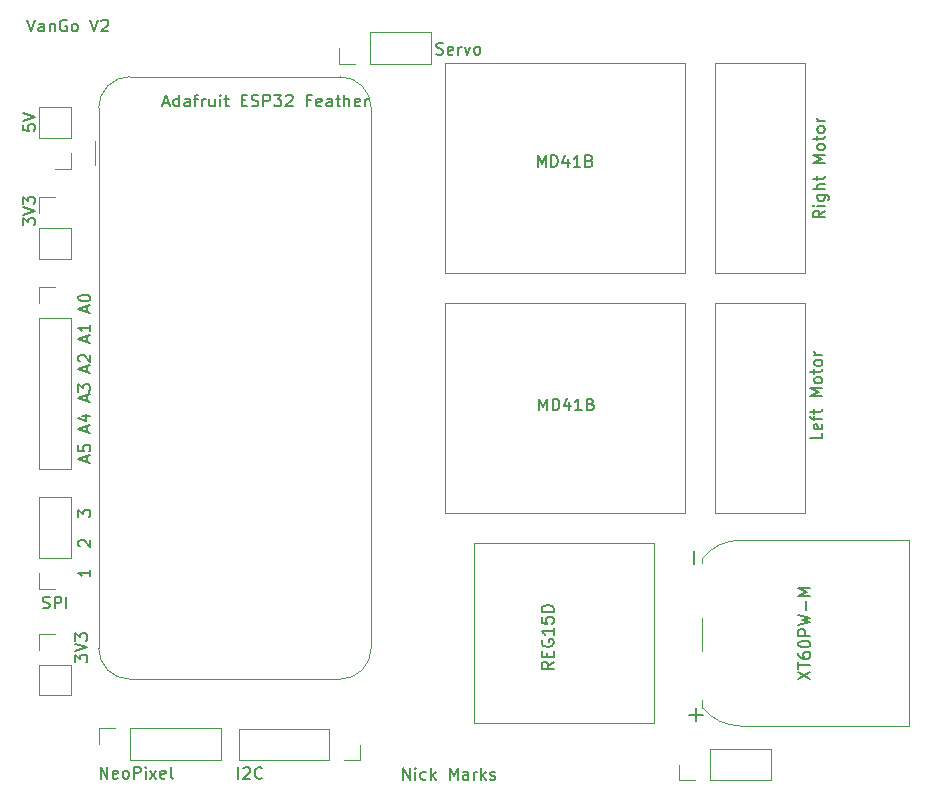
<source format=gbr>
%TF.GenerationSoftware,KiCad,Pcbnew,7.0.6-7.0.6~ubuntu22.04.1*%
%TF.CreationDate,2023-07-24T13:45:05-05:00*%
%TF.ProjectId,vango-pcb,76616e67-6f2d-4706-9362-2e6b69636164,rev?*%
%TF.SameCoordinates,Original*%
%TF.FileFunction,Legend,Top*%
%TF.FilePolarity,Positive*%
%FSLAX46Y46*%
G04 Gerber Fmt 4.6, Leading zero omitted, Abs format (unit mm)*
G04 Created by KiCad (PCBNEW 7.0.6-7.0.6~ubuntu22.04.1) date 2023-07-24 13:45:05*
%MOMM*%
%LPD*%
G01*
G04 APERTURE LIST*
%ADD10C,0.150000*%
%ADD11C,0.100000*%
%ADD12C,0.120000*%
G04 APERTURE END LIST*
D10*
X43327472Y-84515953D02*
X43327472Y-84039763D01*
X43613187Y-84611191D02*
X42613187Y-84277858D01*
X42613187Y-84277858D02*
X43613187Y-83944525D01*
X42613187Y-83706429D02*
X42613187Y-83087382D01*
X42613187Y-83087382D02*
X42994139Y-83420715D01*
X42994139Y-83420715D02*
X42994139Y-83277858D01*
X42994139Y-83277858D02*
X43041758Y-83182620D01*
X43041758Y-83182620D02*
X43089377Y-83135001D01*
X43089377Y-83135001D02*
X43184615Y-83087382D01*
X43184615Y-83087382D02*
X43422710Y-83087382D01*
X43422710Y-83087382D02*
X43517948Y-83135001D01*
X43517948Y-83135001D02*
X43565568Y-83182620D01*
X43565568Y-83182620D02*
X43613187Y-83277858D01*
X43613187Y-83277858D02*
X43613187Y-83563572D01*
X43613187Y-83563572D02*
X43565568Y-83658810D01*
X43565568Y-83658810D02*
X43517948Y-83706429D01*
X43349104Y-76914285D02*
X43349104Y-76438095D01*
X43634819Y-77009523D02*
X42634819Y-76676190D01*
X42634819Y-76676190D02*
X43634819Y-76342857D01*
X42634819Y-75819047D02*
X42634819Y-75723809D01*
X42634819Y-75723809D02*
X42682438Y-75628571D01*
X42682438Y-75628571D02*
X42730057Y-75580952D01*
X42730057Y-75580952D02*
X42825295Y-75533333D01*
X42825295Y-75533333D02*
X43015771Y-75485714D01*
X43015771Y-75485714D02*
X43253866Y-75485714D01*
X43253866Y-75485714D02*
X43444342Y-75533333D01*
X43444342Y-75533333D02*
X43539580Y-75580952D01*
X43539580Y-75580952D02*
X43587200Y-75628571D01*
X43587200Y-75628571D02*
X43634819Y-75723809D01*
X43634819Y-75723809D02*
X43634819Y-75819047D01*
X43634819Y-75819047D02*
X43587200Y-75914285D01*
X43587200Y-75914285D02*
X43539580Y-75961904D01*
X43539580Y-75961904D02*
X43444342Y-76009523D01*
X43444342Y-76009523D02*
X43253866Y-76057142D01*
X43253866Y-76057142D02*
X43015771Y-76057142D01*
X43015771Y-76057142D02*
X42825295Y-76009523D01*
X42825295Y-76009523D02*
X42730057Y-75961904D01*
X42730057Y-75961904D02*
X42682438Y-75914285D01*
X42682438Y-75914285D02*
X42634819Y-75819047D01*
X43634819Y-98774285D02*
X43634819Y-99345713D01*
X43634819Y-99059999D02*
X42634819Y-99059999D01*
X42634819Y-99059999D02*
X42777676Y-99155237D01*
X42777676Y-99155237D02*
X42872914Y-99250475D01*
X42872914Y-99250475D02*
X42920533Y-99345713D01*
X37945556Y-69622520D02*
X37945556Y-69003473D01*
X37945556Y-69003473D02*
X38326508Y-69336806D01*
X38326508Y-69336806D02*
X38326508Y-69193949D01*
X38326508Y-69193949D02*
X38374127Y-69098711D01*
X38374127Y-69098711D02*
X38421746Y-69051092D01*
X38421746Y-69051092D02*
X38516984Y-69003473D01*
X38516984Y-69003473D02*
X38755079Y-69003473D01*
X38755079Y-69003473D02*
X38850317Y-69051092D01*
X38850317Y-69051092D02*
X38897937Y-69098711D01*
X38897937Y-69098711D02*
X38945556Y-69193949D01*
X38945556Y-69193949D02*
X38945556Y-69479663D01*
X38945556Y-69479663D02*
X38897937Y-69574901D01*
X38897937Y-69574901D02*
X38850317Y-69622520D01*
X37945556Y-68717758D02*
X38945556Y-68384425D01*
X38945556Y-68384425D02*
X37945556Y-68051092D01*
X37945556Y-67812996D02*
X37945556Y-67193949D01*
X37945556Y-67193949D02*
X38326508Y-67527282D01*
X38326508Y-67527282D02*
X38326508Y-67384425D01*
X38326508Y-67384425D02*
X38374127Y-67289187D01*
X38374127Y-67289187D02*
X38421746Y-67241568D01*
X38421746Y-67241568D02*
X38516984Y-67193949D01*
X38516984Y-67193949D02*
X38755079Y-67193949D01*
X38755079Y-67193949D02*
X38850317Y-67241568D01*
X38850317Y-67241568D02*
X38897937Y-67289187D01*
X38897937Y-67289187D02*
X38945556Y-67384425D01*
X38945556Y-67384425D02*
X38945556Y-67670139D01*
X38945556Y-67670139D02*
X38897937Y-67765377D01*
X38897937Y-67765377D02*
X38850317Y-67812996D01*
X37945556Y-61099207D02*
X37945556Y-61575397D01*
X37945556Y-61575397D02*
X38421746Y-61623016D01*
X38421746Y-61623016D02*
X38374127Y-61575397D01*
X38374127Y-61575397D02*
X38326508Y-61480159D01*
X38326508Y-61480159D02*
X38326508Y-61242064D01*
X38326508Y-61242064D02*
X38374127Y-61146826D01*
X38374127Y-61146826D02*
X38421746Y-61099207D01*
X38421746Y-61099207D02*
X38516984Y-61051588D01*
X38516984Y-61051588D02*
X38755079Y-61051588D01*
X38755079Y-61051588D02*
X38850317Y-61099207D01*
X38850317Y-61099207D02*
X38897937Y-61146826D01*
X38897937Y-61146826D02*
X38945556Y-61242064D01*
X38945556Y-61242064D02*
X38945556Y-61480159D01*
X38945556Y-61480159D02*
X38897937Y-61575397D01*
X38897937Y-61575397D02*
X38850317Y-61623016D01*
X37945556Y-60765873D02*
X38945556Y-60432540D01*
X38945556Y-60432540D02*
X37945556Y-60099207D01*
X38293922Y-52209819D02*
X38627255Y-53209819D01*
X38627255Y-53209819D02*
X38960588Y-52209819D01*
X39722493Y-53209819D02*
X39722493Y-52686009D01*
X39722493Y-52686009D02*
X39674874Y-52590771D01*
X39674874Y-52590771D02*
X39579636Y-52543152D01*
X39579636Y-52543152D02*
X39389160Y-52543152D01*
X39389160Y-52543152D02*
X39293922Y-52590771D01*
X39722493Y-53162200D02*
X39627255Y-53209819D01*
X39627255Y-53209819D02*
X39389160Y-53209819D01*
X39389160Y-53209819D02*
X39293922Y-53162200D01*
X39293922Y-53162200D02*
X39246303Y-53066961D01*
X39246303Y-53066961D02*
X39246303Y-52971723D01*
X39246303Y-52971723D02*
X39293922Y-52876485D01*
X39293922Y-52876485D02*
X39389160Y-52828866D01*
X39389160Y-52828866D02*
X39627255Y-52828866D01*
X39627255Y-52828866D02*
X39722493Y-52781247D01*
X40198684Y-52543152D02*
X40198684Y-53209819D01*
X40198684Y-52638390D02*
X40246303Y-52590771D01*
X40246303Y-52590771D02*
X40341541Y-52543152D01*
X40341541Y-52543152D02*
X40484398Y-52543152D01*
X40484398Y-52543152D02*
X40579636Y-52590771D01*
X40579636Y-52590771D02*
X40627255Y-52686009D01*
X40627255Y-52686009D02*
X40627255Y-53209819D01*
X41627255Y-52257438D02*
X41532017Y-52209819D01*
X41532017Y-52209819D02*
X41389160Y-52209819D01*
X41389160Y-52209819D02*
X41246303Y-52257438D01*
X41246303Y-52257438D02*
X41151065Y-52352676D01*
X41151065Y-52352676D02*
X41103446Y-52447914D01*
X41103446Y-52447914D02*
X41055827Y-52638390D01*
X41055827Y-52638390D02*
X41055827Y-52781247D01*
X41055827Y-52781247D02*
X41103446Y-52971723D01*
X41103446Y-52971723D02*
X41151065Y-53066961D01*
X41151065Y-53066961D02*
X41246303Y-53162200D01*
X41246303Y-53162200D02*
X41389160Y-53209819D01*
X41389160Y-53209819D02*
X41484398Y-53209819D01*
X41484398Y-53209819D02*
X41627255Y-53162200D01*
X41627255Y-53162200D02*
X41674874Y-53114580D01*
X41674874Y-53114580D02*
X41674874Y-52781247D01*
X41674874Y-52781247D02*
X41484398Y-52781247D01*
X42246303Y-53209819D02*
X42151065Y-53162200D01*
X42151065Y-53162200D02*
X42103446Y-53114580D01*
X42103446Y-53114580D02*
X42055827Y-53019342D01*
X42055827Y-53019342D02*
X42055827Y-52733628D01*
X42055827Y-52733628D02*
X42103446Y-52638390D01*
X42103446Y-52638390D02*
X42151065Y-52590771D01*
X42151065Y-52590771D02*
X42246303Y-52543152D01*
X42246303Y-52543152D02*
X42389160Y-52543152D01*
X42389160Y-52543152D02*
X42484398Y-52590771D01*
X42484398Y-52590771D02*
X42532017Y-52638390D01*
X42532017Y-52638390D02*
X42579636Y-52733628D01*
X42579636Y-52733628D02*
X42579636Y-53019342D01*
X42579636Y-53019342D02*
X42532017Y-53114580D01*
X42532017Y-53114580D02*
X42484398Y-53162200D01*
X42484398Y-53162200D02*
X42389160Y-53209819D01*
X42389160Y-53209819D02*
X42246303Y-53209819D01*
X43627256Y-52209819D02*
X43960589Y-53209819D01*
X43960589Y-53209819D02*
X44293922Y-52209819D01*
X44579637Y-52305057D02*
X44627256Y-52257438D01*
X44627256Y-52257438D02*
X44722494Y-52209819D01*
X44722494Y-52209819D02*
X44960589Y-52209819D01*
X44960589Y-52209819D02*
X45055827Y-52257438D01*
X45055827Y-52257438D02*
X45103446Y-52305057D01*
X45103446Y-52305057D02*
X45151065Y-52400295D01*
X45151065Y-52400295D02*
X45151065Y-52495533D01*
X45151065Y-52495533D02*
X45103446Y-52638390D01*
X45103446Y-52638390D02*
X44532018Y-53209819D01*
X44532018Y-53209819D02*
X45151065Y-53209819D01*
X42730057Y-96805713D02*
X42682438Y-96758094D01*
X42682438Y-96758094D02*
X42634819Y-96662856D01*
X42634819Y-96662856D02*
X42634819Y-96424761D01*
X42634819Y-96424761D02*
X42682438Y-96329523D01*
X42682438Y-96329523D02*
X42730057Y-96281904D01*
X42730057Y-96281904D02*
X42825295Y-96234285D01*
X42825295Y-96234285D02*
X42920533Y-96234285D01*
X42920533Y-96234285D02*
X43063390Y-96281904D01*
X43063390Y-96281904D02*
X43634819Y-96853332D01*
X43634819Y-96853332D02*
X43634819Y-96234285D01*
X42634819Y-94313332D02*
X42634819Y-93694285D01*
X42634819Y-93694285D02*
X43015771Y-94027618D01*
X43015771Y-94027618D02*
X43015771Y-93884761D01*
X43015771Y-93884761D02*
X43063390Y-93789523D01*
X43063390Y-93789523D02*
X43111009Y-93741904D01*
X43111009Y-93741904D02*
X43206247Y-93694285D01*
X43206247Y-93694285D02*
X43444342Y-93694285D01*
X43444342Y-93694285D02*
X43539580Y-93741904D01*
X43539580Y-93741904D02*
X43587200Y-93789523D01*
X43587200Y-93789523D02*
X43634819Y-93884761D01*
X43634819Y-93884761D02*
X43634819Y-94170475D01*
X43634819Y-94170475D02*
X43587200Y-94265713D01*
X43587200Y-94265713D02*
X43539580Y-94313332D01*
X43349104Y-87074285D02*
X43349104Y-86598095D01*
X43634819Y-87169523D02*
X42634819Y-86836190D01*
X42634819Y-86836190D02*
X43634819Y-86502857D01*
X42968152Y-85740952D02*
X43634819Y-85740952D01*
X42587200Y-85979047D02*
X43301485Y-86217142D01*
X43301485Y-86217142D02*
X43301485Y-85598095D01*
X43349104Y-79454285D02*
X43349104Y-78978095D01*
X43634819Y-79549523D02*
X42634819Y-79216190D01*
X42634819Y-79216190D02*
X43634819Y-78882857D01*
X43634819Y-78025714D02*
X43634819Y-78597142D01*
X43634819Y-78311428D02*
X42634819Y-78311428D01*
X42634819Y-78311428D02*
X42777676Y-78406666D01*
X42777676Y-78406666D02*
X42872914Y-78501904D01*
X42872914Y-78501904D02*
X42920533Y-78597142D01*
X49819160Y-59274104D02*
X50295350Y-59274104D01*
X49723922Y-59559819D02*
X50057255Y-58559819D01*
X50057255Y-58559819D02*
X50390588Y-59559819D01*
X51152493Y-59559819D02*
X51152493Y-58559819D01*
X51152493Y-59512200D02*
X51057255Y-59559819D01*
X51057255Y-59559819D02*
X50866779Y-59559819D01*
X50866779Y-59559819D02*
X50771541Y-59512200D01*
X50771541Y-59512200D02*
X50723922Y-59464580D01*
X50723922Y-59464580D02*
X50676303Y-59369342D01*
X50676303Y-59369342D02*
X50676303Y-59083628D01*
X50676303Y-59083628D02*
X50723922Y-58988390D01*
X50723922Y-58988390D02*
X50771541Y-58940771D01*
X50771541Y-58940771D02*
X50866779Y-58893152D01*
X50866779Y-58893152D02*
X51057255Y-58893152D01*
X51057255Y-58893152D02*
X51152493Y-58940771D01*
X52057255Y-59559819D02*
X52057255Y-59036009D01*
X52057255Y-59036009D02*
X52009636Y-58940771D01*
X52009636Y-58940771D02*
X51914398Y-58893152D01*
X51914398Y-58893152D02*
X51723922Y-58893152D01*
X51723922Y-58893152D02*
X51628684Y-58940771D01*
X52057255Y-59512200D02*
X51962017Y-59559819D01*
X51962017Y-59559819D02*
X51723922Y-59559819D01*
X51723922Y-59559819D02*
X51628684Y-59512200D01*
X51628684Y-59512200D02*
X51581065Y-59416961D01*
X51581065Y-59416961D02*
X51581065Y-59321723D01*
X51581065Y-59321723D02*
X51628684Y-59226485D01*
X51628684Y-59226485D02*
X51723922Y-59178866D01*
X51723922Y-59178866D02*
X51962017Y-59178866D01*
X51962017Y-59178866D02*
X52057255Y-59131247D01*
X52390589Y-58893152D02*
X52771541Y-58893152D01*
X52533446Y-59559819D02*
X52533446Y-58702676D01*
X52533446Y-58702676D02*
X52581065Y-58607438D01*
X52581065Y-58607438D02*
X52676303Y-58559819D01*
X52676303Y-58559819D02*
X52771541Y-58559819D01*
X53104875Y-59559819D02*
X53104875Y-58893152D01*
X53104875Y-59083628D02*
X53152494Y-58988390D01*
X53152494Y-58988390D02*
X53200113Y-58940771D01*
X53200113Y-58940771D02*
X53295351Y-58893152D01*
X53295351Y-58893152D02*
X53390589Y-58893152D01*
X54152494Y-58893152D02*
X54152494Y-59559819D01*
X53723923Y-58893152D02*
X53723923Y-59416961D01*
X53723923Y-59416961D02*
X53771542Y-59512200D01*
X53771542Y-59512200D02*
X53866780Y-59559819D01*
X53866780Y-59559819D02*
X54009637Y-59559819D01*
X54009637Y-59559819D02*
X54104875Y-59512200D01*
X54104875Y-59512200D02*
X54152494Y-59464580D01*
X54628685Y-59559819D02*
X54628685Y-58893152D01*
X54628685Y-58559819D02*
X54581066Y-58607438D01*
X54581066Y-58607438D02*
X54628685Y-58655057D01*
X54628685Y-58655057D02*
X54676304Y-58607438D01*
X54676304Y-58607438D02*
X54628685Y-58559819D01*
X54628685Y-58559819D02*
X54628685Y-58655057D01*
X54962018Y-58893152D02*
X55342970Y-58893152D01*
X55104875Y-58559819D02*
X55104875Y-59416961D01*
X55104875Y-59416961D02*
X55152494Y-59512200D01*
X55152494Y-59512200D02*
X55247732Y-59559819D01*
X55247732Y-59559819D02*
X55342970Y-59559819D01*
X56438209Y-59036009D02*
X56771542Y-59036009D01*
X56914399Y-59559819D02*
X56438209Y-59559819D01*
X56438209Y-59559819D02*
X56438209Y-58559819D01*
X56438209Y-58559819D02*
X56914399Y-58559819D01*
X57295352Y-59512200D02*
X57438209Y-59559819D01*
X57438209Y-59559819D02*
X57676304Y-59559819D01*
X57676304Y-59559819D02*
X57771542Y-59512200D01*
X57771542Y-59512200D02*
X57819161Y-59464580D01*
X57819161Y-59464580D02*
X57866780Y-59369342D01*
X57866780Y-59369342D02*
X57866780Y-59274104D01*
X57866780Y-59274104D02*
X57819161Y-59178866D01*
X57819161Y-59178866D02*
X57771542Y-59131247D01*
X57771542Y-59131247D02*
X57676304Y-59083628D01*
X57676304Y-59083628D02*
X57485828Y-59036009D01*
X57485828Y-59036009D02*
X57390590Y-58988390D01*
X57390590Y-58988390D02*
X57342971Y-58940771D01*
X57342971Y-58940771D02*
X57295352Y-58845533D01*
X57295352Y-58845533D02*
X57295352Y-58750295D01*
X57295352Y-58750295D02*
X57342971Y-58655057D01*
X57342971Y-58655057D02*
X57390590Y-58607438D01*
X57390590Y-58607438D02*
X57485828Y-58559819D01*
X57485828Y-58559819D02*
X57723923Y-58559819D01*
X57723923Y-58559819D02*
X57866780Y-58607438D01*
X58295352Y-59559819D02*
X58295352Y-58559819D01*
X58295352Y-58559819D02*
X58676304Y-58559819D01*
X58676304Y-58559819D02*
X58771542Y-58607438D01*
X58771542Y-58607438D02*
X58819161Y-58655057D01*
X58819161Y-58655057D02*
X58866780Y-58750295D01*
X58866780Y-58750295D02*
X58866780Y-58893152D01*
X58866780Y-58893152D02*
X58819161Y-58988390D01*
X58819161Y-58988390D02*
X58771542Y-59036009D01*
X58771542Y-59036009D02*
X58676304Y-59083628D01*
X58676304Y-59083628D02*
X58295352Y-59083628D01*
X59200114Y-58559819D02*
X59819161Y-58559819D01*
X59819161Y-58559819D02*
X59485828Y-58940771D01*
X59485828Y-58940771D02*
X59628685Y-58940771D01*
X59628685Y-58940771D02*
X59723923Y-58988390D01*
X59723923Y-58988390D02*
X59771542Y-59036009D01*
X59771542Y-59036009D02*
X59819161Y-59131247D01*
X59819161Y-59131247D02*
X59819161Y-59369342D01*
X59819161Y-59369342D02*
X59771542Y-59464580D01*
X59771542Y-59464580D02*
X59723923Y-59512200D01*
X59723923Y-59512200D02*
X59628685Y-59559819D01*
X59628685Y-59559819D02*
X59342971Y-59559819D01*
X59342971Y-59559819D02*
X59247733Y-59512200D01*
X59247733Y-59512200D02*
X59200114Y-59464580D01*
X60200114Y-58655057D02*
X60247733Y-58607438D01*
X60247733Y-58607438D02*
X60342971Y-58559819D01*
X60342971Y-58559819D02*
X60581066Y-58559819D01*
X60581066Y-58559819D02*
X60676304Y-58607438D01*
X60676304Y-58607438D02*
X60723923Y-58655057D01*
X60723923Y-58655057D02*
X60771542Y-58750295D01*
X60771542Y-58750295D02*
X60771542Y-58845533D01*
X60771542Y-58845533D02*
X60723923Y-58988390D01*
X60723923Y-58988390D02*
X60152495Y-59559819D01*
X60152495Y-59559819D02*
X60771542Y-59559819D01*
X62295352Y-59036009D02*
X61962019Y-59036009D01*
X61962019Y-59559819D02*
X61962019Y-58559819D01*
X61962019Y-58559819D02*
X62438209Y-58559819D01*
X63200114Y-59512200D02*
X63104876Y-59559819D01*
X63104876Y-59559819D02*
X62914400Y-59559819D01*
X62914400Y-59559819D02*
X62819162Y-59512200D01*
X62819162Y-59512200D02*
X62771543Y-59416961D01*
X62771543Y-59416961D02*
X62771543Y-59036009D01*
X62771543Y-59036009D02*
X62819162Y-58940771D01*
X62819162Y-58940771D02*
X62914400Y-58893152D01*
X62914400Y-58893152D02*
X63104876Y-58893152D01*
X63104876Y-58893152D02*
X63200114Y-58940771D01*
X63200114Y-58940771D02*
X63247733Y-59036009D01*
X63247733Y-59036009D02*
X63247733Y-59131247D01*
X63247733Y-59131247D02*
X62771543Y-59226485D01*
X64104876Y-59559819D02*
X64104876Y-59036009D01*
X64104876Y-59036009D02*
X64057257Y-58940771D01*
X64057257Y-58940771D02*
X63962019Y-58893152D01*
X63962019Y-58893152D02*
X63771543Y-58893152D01*
X63771543Y-58893152D02*
X63676305Y-58940771D01*
X64104876Y-59512200D02*
X64009638Y-59559819D01*
X64009638Y-59559819D02*
X63771543Y-59559819D01*
X63771543Y-59559819D02*
X63676305Y-59512200D01*
X63676305Y-59512200D02*
X63628686Y-59416961D01*
X63628686Y-59416961D02*
X63628686Y-59321723D01*
X63628686Y-59321723D02*
X63676305Y-59226485D01*
X63676305Y-59226485D02*
X63771543Y-59178866D01*
X63771543Y-59178866D02*
X64009638Y-59178866D01*
X64009638Y-59178866D02*
X64104876Y-59131247D01*
X64438210Y-58893152D02*
X64819162Y-58893152D01*
X64581067Y-58559819D02*
X64581067Y-59416961D01*
X64581067Y-59416961D02*
X64628686Y-59512200D01*
X64628686Y-59512200D02*
X64723924Y-59559819D01*
X64723924Y-59559819D02*
X64819162Y-59559819D01*
X65152496Y-59559819D02*
X65152496Y-58559819D01*
X65581067Y-59559819D02*
X65581067Y-59036009D01*
X65581067Y-59036009D02*
X65533448Y-58940771D01*
X65533448Y-58940771D02*
X65438210Y-58893152D01*
X65438210Y-58893152D02*
X65295353Y-58893152D01*
X65295353Y-58893152D02*
X65200115Y-58940771D01*
X65200115Y-58940771D02*
X65152496Y-58988390D01*
X66438210Y-59512200D02*
X66342972Y-59559819D01*
X66342972Y-59559819D02*
X66152496Y-59559819D01*
X66152496Y-59559819D02*
X66057258Y-59512200D01*
X66057258Y-59512200D02*
X66009639Y-59416961D01*
X66009639Y-59416961D02*
X66009639Y-59036009D01*
X66009639Y-59036009D02*
X66057258Y-58940771D01*
X66057258Y-58940771D02*
X66152496Y-58893152D01*
X66152496Y-58893152D02*
X66342972Y-58893152D01*
X66342972Y-58893152D02*
X66438210Y-58940771D01*
X66438210Y-58940771D02*
X66485829Y-59036009D01*
X66485829Y-59036009D02*
X66485829Y-59131247D01*
X66485829Y-59131247D02*
X66009639Y-59226485D01*
X66914401Y-59559819D02*
X66914401Y-58893152D01*
X66914401Y-59083628D02*
X66962020Y-58988390D01*
X66962020Y-58988390D02*
X67009639Y-58940771D01*
X67009639Y-58940771D02*
X67104877Y-58893152D01*
X67104877Y-58893152D02*
X67200115Y-58893152D01*
X43349104Y-81994285D02*
X43349104Y-81518095D01*
X43634819Y-82089523D02*
X42634819Y-81756190D01*
X42634819Y-81756190D02*
X43634819Y-81422857D01*
X42730057Y-81137142D02*
X42682438Y-81089523D01*
X42682438Y-81089523D02*
X42634819Y-80994285D01*
X42634819Y-80994285D02*
X42634819Y-80756190D01*
X42634819Y-80756190D02*
X42682438Y-80660952D01*
X42682438Y-80660952D02*
X42730057Y-80613333D01*
X42730057Y-80613333D02*
X42825295Y-80565714D01*
X42825295Y-80565714D02*
X42920533Y-80565714D01*
X42920533Y-80565714D02*
X43063390Y-80613333D01*
X43063390Y-80613333D02*
X43634819Y-81184761D01*
X43634819Y-81184761D02*
X43634819Y-80565714D01*
X70111153Y-116560305D02*
X70111153Y-115560305D01*
X70111153Y-115560305D02*
X70682581Y-116560305D01*
X70682581Y-116560305D02*
X70682581Y-115560305D01*
X71158772Y-116560305D02*
X71158772Y-115893638D01*
X71158772Y-115560305D02*
X71111153Y-115607924D01*
X71111153Y-115607924D02*
X71158772Y-115655543D01*
X71158772Y-115655543D02*
X71206391Y-115607924D01*
X71206391Y-115607924D02*
X71158772Y-115560305D01*
X71158772Y-115560305D02*
X71158772Y-115655543D01*
X72063533Y-116512686D02*
X71968295Y-116560305D01*
X71968295Y-116560305D02*
X71777819Y-116560305D01*
X71777819Y-116560305D02*
X71682581Y-116512686D01*
X71682581Y-116512686D02*
X71634962Y-116465066D01*
X71634962Y-116465066D02*
X71587343Y-116369828D01*
X71587343Y-116369828D02*
X71587343Y-116084114D01*
X71587343Y-116084114D02*
X71634962Y-115988876D01*
X71634962Y-115988876D02*
X71682581Y-115941257D01*
X71682581Y-115941257D02*
X71777819Y-115893638D01*
X71777819Y-115893638D02*
X71968295Y-115893638D01*
X71968295Y-115893638D02*
X72063533Y-115941257D01*
X72492105Y-116560305D02*
X72492105Y-115560305D01*
X72587343Y-116179352D02*
X72873057Y-116560305D01*
X72873057Y-115893638D02*
X72492105Y-116274590D01*
X74063534Y-116560305D02*
X74063534Y-115560305D01*
X74063534Y-115560305D02*
X74396867Y-116274590D01*
X74396867Y-116274590D02*
X74730200Y-115560305D01*
X74730200Y-115560305D02*
X74730200Y-116560305D01*
X75634962Y-116560305D02*
X75634962Y-116036495D01*
X75634962Y-116036495D02*
X75587343Y-115941257D01*
X75587343Y-115941257D02*
X75492105Y-115893638D01*
X75492105Y-115893638D02*
X75301629Y-115893638D01*
X75301629Y-115893638D02*
X75206391Y-115941257D01*
X75634962Y-116512686D02*
X75539724Y-116560305D01*
X75539724Y-116560305D02*
X75301629Y-116560305D01*
X75301629Y-116560305D02*
X75206391Y-116512686D01*
X75206391Y-116512686D02*
X75158772Y-116417447D01*
X75158772Y-116417447D02*
X75158772Y-116322209D01*
X75158772Y-116322209D02*
X75206391Y-116226971D01*
X75206391Y-116226971D02*
X75301629Y-116179352D01*
X75301629Y-116179352D02*
X75539724Y-116179352D01*
X75539724Y-116179352D02*
X75634962Y-116131733D01*
X76111153Y-116560305D02*
X76111153Y-115893638D01*
X76111153Y-116084114D02*
X76158772Y-115988876D01*
X76158772Y-115988876D02*
X76206391Y-115941257D01*
X76206391Y-115941257D02*
X76301629Y-115893638D01*
X76301629Y-115893638D02*
X76396867Y-115893638D01*
X76730201Y-116560305D02*
X76730201Y-115560305D01*
X76825439Y-116179352D02*
X77111153Y-116560305D01*
X77111153Y-115893638D02*
X76730201Y-116274590D01*
X77492106Y-116512686D02*
X77587344Y-116560305D01*
X77587344Y-116560305D02*
X77777820Y-116560305D01*
X77777820Y-116560305D02*
X77873058Y-116512686D01*
X77873058Y-116512686D02*
X77920677Y-116417447D01*
X77920677Y-116417447D02*
X77920677Y-116369828D01*
X77920677Y-116369828D02*
X77873058Y-116274590D01*
X77873058Y-116274590D02*
X77777820Y-116226971D01*
X77777820Y-116226971D02*
X77634963Y-116226971D01*
X77634963Y-116226971D02*
X77539725Y-116179352D01*
X77539725Y-116179352D02*
X77492106Y-116084114D01*
X77492106Y-116084114D02*
X77492106Y-116036495D01*
X77492106Y-116036495D02*
X77539725Y-115941257D01*
X77539725Y-115941257D02*
X77634963Y-115893638D01*
X77634963Y-115893638D02*
X77777820Y-115893638D01*
X77777820Y-115893638D02*
X77873058Y-115941257D01*
X43349104Y-89614285D02*
X43349104Y-89138095D01*
X43634819Y-89709523D02*
X42634819Y-89376190D01*
X42634819Y-89376190D02*
X43634819Y-89042857D01*
X42634819Y-88233333D02*
X42634819Y-88709523D01*
X42634819Y-88709523D02*
X43111009Y-88757142D01*
X43111009Y-88757142D02*
X43063390Y-88709523D01*
X43063390Y-88709523D02*
X43015771Y-88614285D01*
X43015771Y-88614285D02*
X43015771Y-88376190D01*
X43015771Y-88376190D02*
X43063390Y-88280952D01*
X43063390Y-88280952D02*
X43111009Y-88233333D01*
X43111009Y-88233333D02*
X43206247Y-88185714D01*
X43206247Y-88185714D02*
X43444342Y-88185714D01*
X43444342Y-88185714D02*
X43539580Y-88233333D01*
X43539580Y-88233333D02*
X43587200Y-88280952D01*
X43587200Y-88280952D02*
X43634819Y-88376190D01*
X43634819Y-88376190D02*
X43634819Y-88614285D01*
X43634819Y-88614285D02*
X43587200Y-88709523D01*
X43587200Y-88709523D02*
X43539580Y-88757142D01*
X82859284Y-106586047D02*
X82383093Y-106919380D01*
X82859284Y-107157475D02*
X81859284Y-107157475D01*
X81859284Y-107157475D02*
X81859284Y-106776523D01*
X81859284Y-106776523D02*
X81906903Y-106681285D01*
X81906903Y-106681285D02*
X81954522Y-106633666D01*
X81954522Y-106633666D02*
X82049760Y-106586047D01*
X82049760Y-106586047D02*
X82192617Y-106586047D01*
X82192617Y-106586047D02*
X82287855Y-106633666D01*
X82287855Y-106633666D02*
X82335474Y-106681285D01*
X82335474Y-106681285D02*
X82383093Y-106776523D01*
X82383093Y-106776523D02*
X82383093Y-107157475D01*
X82335474Y-106157475D02*
X82335474Y-105824142D01*
X82859284Y-105681285D02*
X82859284Y-106157475D01*
X82859284Y-106157475D02*
X81859284Y-106157475D01*
X81859284Y-106157475D02*
X81859284Y-105681285D01*
X81906903Y-104728904D02*
X81859284Y-104824142D01*
X81859284Y-104824142D02*
X81859284Y-104966999D01*
X81859284Y-104966999D02*
X81906903Y-105109856D01*
X81906903Y-105109856D02*
X82002141Y-105205094D01*
X82002141Y-105205094D02*
X82097379Y-105252713D01*
X82097379Y-105252713D02*
X82287855Y-105300332D01*
X82287855Y-105300332D02*
X82430712Y-105300332D01*
X82430712Y-105300332D02*
X82621188Y-105252713D01*
X82621188Y-105252713D02*
X82716426Y-105205094D01*
X82716426Y-105205094D02*
X82811665Y-105109856D01*
X82811665Y-105109856D02*
X82859284Y-104966999D01*
X82859284Y-104966999D02*
X82859284Y-104871761D01*
X82859284Y-104871761D02*
X82811665Y-104728904D01*
X82811665Y-104728904D02*
X82764045Y-104681285D01*
X82764045Y-104681285D02*
X82430712Y-104681285D01*
X82430712Y-104681285D02*
X82430712Y-104871761D01*
X82859284Y-103728904D02*
X82859284Y-104300332D01*
X82859284Y-104014618D02*
X81859284Y-104014618D01*
X81859284Y-104014618D02*
X82002141Y-104109856D01*
X82002141Y-104109856D02*
X82097379Y-104205094D01*
X82097379Y-104205094D02*
X82144998Y-104300332D01*
X81859284Y-102824142D02*
X81859284Y-103300332D01*
X81859284Y-103300332D02*
X82335474Y-103347951D01*
X82335474Y-103347951D02*
X82287855Y-103300332D01*
X82287855Y-103300332D02*
X82240236Y-103205094D01*
X82240236Y-103205094D02*
X82240236Y-102966999D01*
X82240236Y-102966999D02*
X82287855Y-102871761D01*
X82287855Y-102871761D02*
X82335474Y-102824142D01*
X82335474Y-102824142D02*
X82430712Y-102776523D01*
X82430712Y-102776523D02*
X82668807Y-102776523D01*
X82668807Y-102776523D02*
X82764045Y-102824142D01*
X82764045Y-102824142D02*
X82811665Y-102871761D01*
X82811665Y-102871761D02*
X82859284Y-102966999D01*
X82859284Y-102966999D02*
X82859284Y-103205094D01*
X82859284Y-103205094D02*
X82811665Y-103300332D01*
X82811665Y-103300332D02*
X82764045Y-103347951D01*
X82859284Y-102347951D02*
X81859284Y-102347951D01*
X81859284Y-102347951D02*
X81859284Y-102109856D01*
X81859284Y-102109856D02*
X81906903Y-101966999D01*
X81906903Y-101966999D02*
X82002141Y-101871761D01*
X82002141Y-101871761D02*
X82097379Y-101824142D01*
X82097379Y-101824142D02*
X82287855Y-101776523D01*
X82287855Y-101776523D02*
X82430712Y-101776523D01*
X82430712Y-101776523D02*
X82621188Y-101824142D01*
X82621188Y-101824142D02*
X82716426Y-101871761D01*
X82716426Y-101871761D02*
X82811665Y-101966999D01*
X82811665Y-101966999D02*
X82859284Y-102109856D01*
X82859284Y-102109856D02*
X82859284Y-102347951D01*
X81511675Y-64684678D02*
X81511675Y-63684678D01*
X81511675Y-63684678D02*
X81845008Y-64398963D01*
X81845008Y-64398963D02*
X82178341Y-63684678D01*
X82178341Y-63684678D02*
X82178341Y-64684678D01*
X82654532Y-64684678D02*
X82654532Y-63684678D01*
X82654532Y-63684678D02*
X82892627Y-63684678D01*
X82892627Y-63684678D02*
X83035484Y-63732297D01*
X83035484Y-63732297D02*
X83130722Y-63827535D01*
X83130722Y-63827535D02*
X83178341Y-63922773D01*
X83178341Y-63922773D02*
X83225960Y-64113249D01*
X83225960Y-64113249D02*
X83225960Y-64256106D01*
X83225960Y-64256106D02*
X83178341Y-64446582D01*
X83178341Y-64446582D02*
X83130722Y-64541820D01*
X83130722Y-64541820D02*
X83035484Y-64637059D01*
X83035484Y-64637059D02*
X82892627Y-64684678D01*
X82892627Y-64684678D02*
X82654532Y-64684678D01*
X84083103Y-64018011D02*
X84083103Y-64684678D01*
X83845008Y-63637059D02*
X83606913Y-64351344D01*
X83606913Y-64351344D02*
X84225960Y-64351344D01*
X85130722Y-64684678D02*
X84559294Y-64684678D01*
X84845008Y-64684678D02*
X84845008Y-63684678D01*
X84845008Y-63684678D02*
X84749770Y-63827535D01*
X84749770Y-63827535D02*
X84654532Y-63922773D01*
X84654532Y-63922773D02*
X84559294Y-63970392D01*
X85892627Y-64160868D02*
X86035484Y-64208487D01*
X86035484Y-64208487D02*
X86083103Y-64256106D01*
X86083103Y-64256106D02*
X86130722Y-64351344D01*
X86130722Y-64351344D02*
X86130722Y-64494201D01*
X86130722Y-64494201D02*
X86083103Y-64589439D01*
X86083103Y-64589439D02*
X86035484Y-64637059D01*
X86035484Y-64637059D02*
X85940246Y-64684678D01*
X85940246Y-64684678D02*
X85559294Y-64684678D01*
X85559294Y-64684678D02*
X85559294Y-63684678D01*
X85559294Y-63684678D02*
X85892627Y-63684678D01*
X85892627Y-63684678D02*
X85987865Y-63732297D01*
X85987865Y-63732297D02*
X86035484Y-63779916D01*
X86035484Y-63779916D02*
X86083103Y-63875154D01*
X86083103Y-63875154D02*
X86083103Y-63970392D01*
X86083103Y-63970392D02*
X86035484Y-64065630D01*
X86035484Y-64065630D02*
X85987865Y-64113249D01*
X85987865Y-64113249D02*
X85892627Y-64160868D01*
X85892627Y-64160868D02*
X85559294Y-64160868D01*
X105840768Y-68391437D02*
X105364577Y-68724770D01*
X105840768Y-68962865D02*
X104840768Y-68962865D01*
X104840768Y-68962865D02*
X104840768Y-68581913D01*
X104840768Y-68581913D02*
X104888387Y-68486675D01*
X104888387Y-68486675D02*
X104936006Y-68439056D01*
X104936006Y-68439056D02*
X105031244Y-68391437D01*
X105031244Y-68391437D02*
X105174101Y-68391437D01*
X105174101Y-68391437D02*
X105269339Y-68439056D01*
X105269339Y-68439056D02*
X105316958Y-68486675D01*
X105316958Y-68486675D02*
X105364577Y-68581913D01*
X105364577Y-68581913D02*
X105364577Y-68962865D01*
X105840768Y-67962865D02*
X105174101Y-67962865D01*
X104840768Y-67962865D02*
X104888387Y-68010484D01*
X104888387Y-68010484D02*
X104936006Y-67962865D01*
X104936006Y-67962865D02*
X104888387Y-67915246D01*
X104888387Y-67915246D02*
X104840768Y-67962865D01*
X104840768Y-67962865D02*
X104936006Y-67962865D01*
X105174101Y-67058104D02*
X105983625Y-67058104D01*
X105983625Y-67058104D02*
X106078863Y-67105723D01*
X106078863Y-67105723D02*
X106126482Y-67153342D01*
X106126482Y-67153342D02*
X106174101Y-67248580D01*
X106174101Y-67248580D02*
X106174101Y-67391437D01*
X106174101Y-67391437D02*
X106126482Y-67486675D01*
X105793149Y-67058104D02*
X105840768Y-67153342D01*
X105840768Y-67153342D02*
X105840768Y-67343818D01*
X105840768Y-67343818D02*
X105793149Y-67439056D01*
X105793149Y-67439056D02*
X105745529Y-67486675D01*
X105745529Y-67486675D02*
X105650291Y-67534294D01*
X105650291Y-67534294D02*
X105364577Y-67534294D01*
X105364577Y-67534294D02*
X105269339Y-67486675D01*
X105269339Y-67486675D02*
X105221720Y-67439056D01*
X105221720Y-67439056D02*
X105174101Y-67343818D01*
X105174101Y-67343818D02*
X105174101Y-67153342D01*
X105174101Y-67153342D02*
X105221720Y-67058104D01*
X105840768Y-66581913D02*
X104840768Y-66581913D01*
X105840768Y-66153342D02*
X105316958Y-66153342D01*
X105316958Y-66153342D02*
X105221720Y-66200961D01*
X105221720Y-66200961D02*
X105174101Y-66296199D01*
X105174101Y-66296199D02*
X105174101Y-66439056D01*
X105174101Y-66439056D02*
X105221720Y-66534294D01*
X105221720Y-66534294D02*
X105269339Y-66581913D01*
X105174101Y-65820008D02*
X105174101Y-65439056D01*
X104840768Y-65677151D02*
X105697910Y-65677151D01*
X105697910Y-65677151D02*
X105793149Y-65629532D01*
X105793149Y-65629532D02*
X105840768Y-65534294D01*
X105840768Y-65534294D02*
X105840768Y-65439056D01*
X105840768Y-64343817D02*
X104840768Y-64343817D01*
X104840768Y-64343817D02*
X105555053Y-64010484D01*
X105555053Y-64010484D02*
X104840768Y-63677151D01*
X104840768Y-63677151D02*
X105840768Y-63677151D01*
X105840768Y-63058103D02*
X105793149Y-63153341D01*
X105793149Y-63153341D02*
X105745529Y-63200960D01*
X105745529Y-63200960D02*
X105650291Y-63248579D01*
X105650291Y-63248579D02*
X105364577Y-63248579D01*
X105364577Y-63248579D02*
X105269339Y-63200960D01*
X105269339Y-63200960D02*
X105221720Y-63153341D01*
X105221720Y-63153341D02*
X105174101Y-63058103D01*
X105174101Y-63058103D02*
X105174101Y-62915246D01*
X105174101Y-62915246D02*
X105221720Y-62820008D01*
X105221720Y-62820008D02*
X105269339Y-62772389D01*
X105269339Y-62772389D02*
X105364577Y-62724770D01*
X105364577Y-62724770D02*
X105650291Y-62724770D01*
X105650291Y-62724770D02*
X105745529Y-62772389D01*
X105745529Y-62772389D02*
X105793149Y-62820008D01*
X105793149Y-62820008D02*
X105840768Y-62915246D01*
X105840768Y-62915246D02*
X105840768Y-63058103D01*
X105174101Y-62439055D02*
X105174101Y-62058103D01*
X104840768Y-62296198D02*
X105697910Y-62296198D01*
X105697910Y-62296198D02*
X105793149Y-62248579D01*
X105793149Y-62248579D02*
X105840768Y-62153341D01*
X105840768Y-62153341D02*
X105840768Y-62058103D01*
X105840768Y-61581912D02*
X105793149Y-61677150D01*
X105793149Y-61677150D02*
X105745529Y-61724769D01*
X105745529Y-61724769D02*
X105650291Y-61772388D01*
X105650291Y-61772388D02*
X105364577Y-61772388D01*
X105364577Y-61772388D02*
X105269339Y-61724769D01*
X105269339Y-61724769D02*
X105221720Y-61677150D01*
X105221720Y-61677150D02*
X105174101Y-61581912D01*
X105174101Y-61581912D02*
X105174101Y-61439055D01*
X105174101Y-61439055D02*
X105221720Y-61343817D01*
X105221720Y-61343817D02*
X105269339Y-61296198D01*
X105269339Y-61296198D02*
X105364577Y-61248579D01*
X105364577Y-61248579D02*
X105650291Y-61248579D01*
X105650291Y-61248579D02*
X105745529Y-61296198D01*
X105745529Y-61296198D02*
X105793149Y-61343817D01*
X105793149Y-61343817D02*
X105840768Y-61439055D01*
X105840768Y-61439055D02*
X105840768Y-61581912D01*
X105840768Y-60820007D02*
X105174101Y-60820007D01*
X105364577Y-60820007D02*
X105269339Y-60772388D01*
X105269339Y-60772388D02*
X105221720Y-60724769D01*
X105221720Y-60724769D02*
X105174101Y-60629531D01*
X105174101Y-60629531D02*
X105174101Y-60534293D01*
X105602301Y-87188865D02*
X105602301Y-87665055D01*
X105602301Y-87665055D02*
X104602301Y-87665055D01*
X105554682Y-86474579D02*
X105602301Y-86569817D01*
X105602301Y-86569817D02*
X105602301Y-86760293D01*
X105602301Y-86760293D02*
X105554682Y-86855531D01*
X105554682Y-86855531D02*
X105459443Y-86903150D01*
X105459443Y-86903150D02*
X105078491Y-86903150D01*
X105078491Y-86903150D02*
X104983253Y-86855531D01*
X104983253Y-86855531D02*
X104935634Y-86760293D01*
X104935634Y-86760293D02*
X104935634Y-86569817D01*
X104935634Y-86569817D02*
X104983253Y-86474579D01*
X104983253Y-86474579D02*
X105078491Y-86426960D01*
X105078491Y-86426960D02*
X105173729Y-86426960D01*
X105173729Y-86426960D02*
X105268967Y-86903150D01*
X104935634Y-86141245D02*
X104935634Y-85760293D01*
X105602301Y-85998388D02*
X104745158Y-85998388D01*
X104745158Y-85998388D02*
X104649920Y-85950769D01*
X104649920Y-85950769D02*
X104602301Y-85855531D01*
X104602301Y-85855531D02*
X104602301Y-85760293D01*
X104935634Y-85569816D02*
X104935634Y-85188864D01*
X104602301Y-85426959D02*
X105459443Y-85426959D01*
X105459443Y-85426959D02*
X105554682Y-85379340D01*
X105554682Y-85379340D02*
X105602301Y-85284102D01*
X105602301Y-85284102D02*
X105602301Y-85188864D01*
X105602301Y-84093625D02*
X104602301Y-84093625D01*
X104602301Y-84093625D02*
X105316586Y-83760292D01*
X105316586Y-83760292D02*
X104602301Y-83426959D01*
X104602301Y-83426959D02*
X105602301Y-83426959D01*
X105602301Y-82807911D02*
X105554682Y-82903149D01*
X105554682Y-82903149D02*
X105507062Y-82950768D01*
X105507062Y-82950768D02*
X105411824Y-82998387D01*
X105411824Y-82998387D02*
X105126110Y-82998387D01*
X105126110Y-82998387D02*
X105030872Y-82950768D01*
X105030872Y-82950768D02*
X104983253Y-82903149D01*
X104983253Y-82903149D02*
X104935634Y-82807911D01*
X104935634Y-82807911D02*
X104935634Y-82665054D01*
X104935634Y-82665054D02*
X104983253Y-82569816D01*
X104983253Y-82569816D02*
X105030872Y-82522197D01*
X105030872Y-82522197D02*
X105126110Y-82474578D01*
X105126110Y-82474578D02*
X105411824Y-82474578D01*
X105411824Y-82474578D02*
X105507062Y-82522197D01*
X105507062Y-82522197D02*
X105554682Y-82569816D01*
X105554682Y-82569816D02*
X105602301Y-82665054D01*
X105602301Y-82665054D02*
X105602301Y-82807911D01*
X104935634Y-82188863D02*
X104935634Y-81807911D01*
X104602301Y-82046006D02*
X105459443Y-82046006D01*
X105459443Y-82046006D02*
X105554682Y-81998387D01*
X105554682Y-81998387D02*
X105602301Y-81903149D01*
X105602301Y-81903149D02*
X105602301Y-81807911D01*
X105602301Y-81331720D02*
X105554682Y-81426958D01*
X105554682Y-81426958D02*
X105507062Y-81474577D01*
X105507062Y-81474577D02*
X105411824Y-81522196D01*
X105411824Y-81522196D02*
X105126110Y-81522196D01*
X105126110Y-81522196D02*
X105030872Y-81474577D01*
X105030872Y-81474577D02*
X104983253Y-81426958D01*
X104983253Y-81426958D02*
X104935634Y-81331720D01*
X104935634Y-81331720D02*
X104935634Y-81188863D01*
X104935634Y-81188863D02*
X104983253Y-81093625D01*
X104983253Y-81093625D02*
X105030872Y-81046006D01*
X105030872Y-81046006D02*
X105126110Y-80998387D01*
X105126110Y-80998387D02*
X105411824Y-80998387D01*
X105411824Y-80998387D02*
X105507062Y-81046006D01*
X105507062Y-81046006D02*
X105554682Y-81093625D01*
X105554682Y-81093625D02*
X105602301Y-81188863D01*
X105602301Y-81188863D02*
X105602301Y-81331720D01*
X105602301Y-80569815D02*
X104935634Y-80569815D01*
X105126110Y-80569815D02*
X105030872Y-80522196D01*
X105030872Y-80522196D02*
X104983253Y-80474577D01*
X104983253Y-80474577D02*
X104935634Y-80379339D01*
X104935634Y-80379339D02*
X104935634Y-80284101D01*
X39616191Y-102007200D02*
X39759048Y-102054819D01*
X39759048Y-102054819D02*
X39997143Y-102054819D01*
X39997143Y-102054819D02*
X40092381Y-102007200D01*
X40092381Y-102007200D02*
X40140000Y-101959580D01*
X40140000Y-101959580D02*
X40187619Y-101864342D01*
X40187619Y-101864342D02*
X40187619Y-101769104D01*
X40187619Y-101769104D02*
X40140000Y-101673866D01*
X40140000Y-101673866D02*
X40092381Y-101626247D01*
X40092381Y-101626247D02*
X39997143Y-101578628D01*
X39997143Y-101578628D02*
X39806667Y-101531009D01*
X39806667Y-101531009D02*
X39711429Y-101483390D01*
X39711429Y-101483390D02*
X39663810Y-101435771D01*
X39663810Y-101435771D02*
X39616191Y-101340533D01*
X39616191Y-101340533D02*
X39616191Y-101245295D01*
X39616191Y-101245295D02*
X39663810Y-101150057D01*
X39663810Y-101150057D02*
X39711429Y-101102438D01*
X39711429Y-101102438D02*
X39806667Y-101054819D01*
X39806667Y-101054819D02*
X40044762Y-101054819D01*
X40044762Y-101054819D02*
X40187619Y-101102438D01*
X40616191Y-102054819D02*
X40616191Y-101054819D01*
X40616191Y-101054819D02*
X40997143Y-101054819D01*
X40997143Y-101054819D02*
X41092381Y-101102438D01*
X41092381Y-101102438D02*
X41140000Y-101150057D01*
X41140000Y-101150057D02*
X41187619Y-101245295D01*
X41187619Y-101245295D02*
X41187619Y-101388152D01*
X41187619Y-101388152D02*
X41140000Y-101483390D01*
X41140000Y-101483390D02*
X41092381Y-101531009D01*
X41092381Y-101531009D02*
X40997143Y-101578628D01*
X40997143Y-101578628D02*
X40616191Y-101578628D01*
X41616191Y-102054819D02*
X41616191Y-101054819D01*
X81627295Y-85291136D02*
X81627295Y-84291136D01*
X81627295Y-84291136D02*
X81960628Y-85005421D01*
X81960628Y-85005421D02*
X82293961Y-84291136D01*
X82293961Y-84291136D02*
X82293961Y-85291136D01*
X82770152Y-85291136D02*
X82770152Y-84291136D01*
X82770152Y-84291136D02*
X83008247Y-84291136D01*
X83008247Y-84291136D02*
X83151104Y-84338755D01*
X83151104Y-84338755D02*
X83246342Y-84433993D01*
X83246342Y-84433993D02*
X83293961Y-84529231D01*
X83293961Y-84529231D02*
X83341580Y-84719707D01*
X83341580Y-84719707D02*
X83341580Y-84862564D01*
X83341580Y-84862564D02*
X83293961Y-85053040D01*
X83293961Y-85053040D02*
X83246342Y-85148278D01*
X83246342Y-85148278D02*
X83151104Y-85243517D01*
X83151104Y-85243517D02*
X83008247Y-85291136D01*
X83008247Y-85291136D02*
X82770152Y-85291136D01*
X84198723Y-84624469D02*
X84198723Y-85291136D01*
X83960628Y-84243517D02*
X83722533Y-84957802D01*
X83722533Y-84957802D02*
X84341580Y-84957802D01*
X85246342Y-85291136D02*
X84674914Y-85291136D01*
X84960628Y-85291136D02*
X84960628Y-84291136D01*
X84960628Y-84291136D02*
X84865390Y-84433993D01*
X84865390Y-84433993D02*
X84770152Y-84529231D01*
X84770152Y-84529231D02*
X84674914Y-84576850D01*
X86008247Y-84767326D02*
X86151104Y-84814945D01*
X86151104Y-84814945D02*
X86198723Y-84862564D01*
X86198723Y-84862564D02*
X86246342Y-84957802D01*
X86246342Y-84957802D02*
X86246342Y-85100659D01*
X86246342Y-85100659D02*
X86198723Y-85195897D01*
X86198723Y-85195897D02*
X86151104Y-85243517D01*
X86151104Y-85243517D02*
X86055866Y-85291136D01*
X86055866Y-85291136D02*
X85674914Y-85291136D01*
X85674914Y-85291136D02*
X85674914Y-84291136D01*
X85674914Y-84291136D02*
X86008247Y-84291136D01*
X86008247Y-84291136D02*
X86103485Y-84338755D01*
X86103485Y-84338755D02*
X86151104Y-84386374D01*
X86151104Y-84386374D02*
X86198723Y-84481612D01*
X86198723Y-84481612D02*
X86198723Y-84576850D01*
X86198723Y-84576850D02*
X86151104Y-84672088D01*
X86151104Y-84672088D02*
X86103485Y-84719707D01*
X86103485Y-84719707D02*
X86008247Y-84767326D01*
X86008247Y-84767326D02*
X85674914Y-84767326D01*
X103594819Y-108068570D02*
X104594819Y-107401904D01*
X103594819Y-107401904D02*
X104594819Y-108068570D01*
X103594819Y-107163808D02*
X103594819Y-106592380D01*
X104594819Y-106878094D02*
X103594819Y-106878094D01*
X103594819Y-105830475D02*
X103594819Y-106020951D01*
X103594819Y-106020951D02*
X103642438Y-106116189D01*
X103642438Y-106116189D02*
X103690057Y-106163808D01*
X103690057Y-106163808D02*
X103832914Y-106259046D01*
X103832914Y-106259046D02*
X104023390Y-106306665D01*
X104023390Y-106306665D02*
X104404342Y-106306665D01*
X104404342Y-106306665D02*
X104499580Y-106259046D01*
X104499580Y-106259046D02*
X104547200Y-106211427D01*
X104547200Y-106211427D02*
X104594819Y-106116189D01*
X104594819Y-106116189D02*
X104594819Y-105925713D01*
X104594819Y-105925713D02*
X104547200Y-105830475D01*
X104547200Y-105830475D02*
X104499580Y-105782856D01*
X104499580Y-105782856D02*
X104404342Y-105735237D01*
X104404342Y-105735237D02*
X104166247Y-105735237D01*
X104166247Y-105735237D02*
X104071009Y-105782856D01*
X104071009Y-105782856D02*
X104023390Y-105830475D01*
X104023390Y-105830475D02*
X103975771Y-105925713D01*
X103975771Y-105925713D02*
X103975771Y-106116189D01*
X103975771Y-106116189D02*
X104023390Y-106211427D01*
X104023390Y-106211427D02*
X104071009Y-106259046D01*
X104071009Y-106259046D02*
X104166247Y-106306665D01*
X103594819Y-105116189D02*
X103594819Y-105020951D01*
X103594819Y-105020951D02*
X103642438Y-104925713D01*
X103642438Y-104925713D02*
X103690057Y-104878094D01*
X103690057Y-104878094D02*
X103785295Y-104830475D01*
X103785295Y-104830475D02*
X103975771Y-104782856D01*
X103975771Y-104782856D02*
X104213866Y-104782856D01*
X104213866Y-104782856D02*
X104404342Y-104830475D01*
X104404342Y-104830475D02*
X104499580Y-104878094D01*
X104499580Y-104878094D02*
X104547200Y-104925713D01*
X104547200Y-104925713D02*
X104594819Y-105020951D01*
X104594819Y-105020951D02*
X104594819Y-105116189D01*
X104594819Y-105116189D02*
X104547200Y-105211427D01*
X104547200Y-105211427D02*
X104499580Y-105259046D01*
X104499580Y-105259046D02*
X104404342Y-105306665D01*
X104404342Y-105306665D02*
X104213866Y-105354284D01*
X104213866Y-105354284D02*
X103975771Y-105354284D01*
X103975771Y-105354284D02*
X103785295Y-105306665D01*
X103785295Y-105306665D02*
X103690057Y-105259046D01*
X103690057Y-105259046D02*
X103642438Y-105211427D01*
X103642438Y-105211427D02*
X103594819Y-105116189D01*
X104594819Y-104354284D02*
X103594819Y-104354284D01*
X103594819Y-104354284D02*
X103594819Y-103973332D01*
X103594819Y-103973332D02*
X103642438Y-103878094D01*
X103642438Y-103878094D02*
X103690057Y-103830475D01*
X103690057Y-103830475D02*
X103785295Y-103782856D01*
X103785295Y-103782856D02*
X103928152Y-103782856D01*
X103928152Y-103782856D02*
X104023390Y-103830475D01*
X104023390Y-103830475D02*
X104071009Y-103878094D01*
X104071009Y-103878094D02*
X104118628Y-103973332D01*
X104118628Y-103973332D02*
X104118628Y-104354284D01*
X103594819Y-103449522D02*
X104594819Y-103211427D01*
X104594819Y-103211427D02*
X103880533Y-103020951D01*
X103880533Y-103020951D02*
X104594819Y-102830475D01*
X104594819Y-102830475D02*
X103594819Y-102592380D01*
X104213866Y-102211427D02*
X104213866Y-101449523D01*
X104594819Y-100973332D02*
X103594819Y-100973332D01*
X103594819Y-100973332D02*
X104309104Y-100639999D01*
X104309104Y-100639999D02*
X103594819Y-100306666D01*
X103594819Y-100306666D02*
X104594819Y-100306666D01*
X94917737Y-111616054D02*
X94917737Y-110473197D01*
X95489165Y-111044625D02*
X94346308Y-111044625D01*
X94734700Y-98311428D02*
X94734700Y-97168571D01*
X44518458Y-116463234D02*
X44518458Y-115463234D01*
X44518458Y-115463234D02*
X45089886Y-116463234D01*
X45089886Y-116463234D02*
X45089886Y-115463234D01*
X45947029Y-116415615D02*
X45851791Y-116463234D01*
X45851791Y-116463234D02*
X45661315Y-116463234D01*
X45661315Y-116463234D02*
X45566077Y-116415615D01*
X45566077Y-116415615D02*
X45518458Y-116320376D01*
X45518458Y-116320376D02*
X45518458Y-115939424D01*
X45518458Y-115939424D02*
X45566077Y-115844186D01*
X45566077Y-115844186D02*
X45661315Y-115796567D01*
X45661315Y-115796567D02*
X45851791Y-115796567D01*
X45851791Y-115796567D02*
X45947029Y-115844186D01*
X45947029Y-115844186D02*
X45994648Y-115939424D01*
X45994648Y-115939424D02*
X45994648Y-116034662D01*
X45994648Y-116034662D02*
X45518458Y-116129900D01*
X46566077Y-116463234D02*
X46470839Y-116415615D01*
X46470839Y-116415615D02*
X46423220Y-116367995D01*
X46423220Y-116367995D02*
X46375601Y-116272757D01*
X46375601Y-116272757D02*
X46375601Y-115987043D01*
X46375601Y-115987043D02*
X46423220Y-115891805D01*
X46423220Y-115891805D02*
X46470839Y-115844186D01*
X46470839Y-115844186D02*
X46566077Y-115796567D01*
X46566077Y-115796567D02*
X46708934Y-115796567D01*
X46708934Y-115796567D02*
X46804172Y-115844186D01*
X46804172Y-115844186D02*
X46851791Y-115891805D01*
X46851791Y-115891805D02*
X46899410Y-115987043D01*
X46899410Y-115987043D02*
X46899410Y-116272757D01*
X46899410Y-116272757D02*
X46851791Y-116367995D01*
X46851791Y-116367995D02*
X46804172Y-116415615D01*
X46804172Y-116415615D02*
X46708934Y-116463234D01*
X46708934Y-116463234D02*
X46566077Y-116463234D01*
X47327982Y-116463234D02*
X47327982Y-115463234D01*
X47327982Y-115463234D02*
X47708934Y-115463234D01*
X47708934Y-115463234D02*
X47804172Y-115510853D01*
X47804172Y-115510853D02*
X47851791Y-115558472D01*
X47851791Y-115558472D02*
X47899410Y-115653710D01*
X47899410Y-115653710D02*
X47899410Y-115796567D01*
X47899410Y-115796567D02*
X47851791Y-115891805D01*
X47851791Y-115891805D02*
X47804172Y-115939424D01*
X47804172Y-115939424D02*
X47708934Y-115987043D01*
X47708934Y-115987043D02*
X47327982Y-115987043D01*
X48327982Y-116463234D02*
X48327982Y-115796567D01*
X48327982Y-115463234D02*
X48280363Y-115510853D01*
X48280363Y-115510853D02*
X48327982Y-115558472D01*
X48327982Y-115558472D02*
X48375601Y-115510853D01*
X48375601Y-115510853D02*
X48327982Y-115463234D01*
X48327982Y-115463234D02*
X48327982Y-115558472D01*
X48708934Y-116463234D02*
X49232743Y-115796567D01*
X48708934Y-115796567D02*
X49232743Y-116463234D01*
X49994648Y-116415615D02*
X49899410Y-116463234D01*
X49899410Y-116463234D02*
X49708934Y-116463234D01*
X49708934Y-116463234D02*
X49613696Y-116415615D01*
X49613696Y-116415615D02*
X49566077Y-116320376D01*
X49566077Y-116320376D02*
X49566077Y-115939424D01*
X49566077Y-115939424D02*
X49613696Y-115844186D01*
X49613696Y-115844186D02*
X49708934Y-115796567D01*
X49708934Y-115796567D02*
X49899410Y-115796567D01*
X49899410Y-115796567D02*
X49994648Y-115844186D01*
X49994648Y-115844186D02*
X50042267Y-115939424D01*
X50042267Y-115939424D02*
X50042267Y-116034662D01*
X50042267Y-116034662D02*
X49566077Y-116129900D01*
X50613696Y-116463234D02*
X50518458Y-116415615D01*
X50518458Y-116415615D02*
X50470839Y-116320376D01*
X50470839Y-116320376D02*
X50470839Y-115463234D01*
X42368503Y-106605538D02*
X42368503Y-105986491D01*
X42368503Y-105986491D02*
X42749455Y-106319824D01*
X42749455Y-106319824D02*
X42749455Y-106176967D01*
X42749455Y-106176967D02*
X42797074Y-106081729D01*
X42797074Y-106081729D02*
X42844693Y-106034110D01*
X42844693Y-106034110D02*
X42939931Y-105986491D01*
X42939931Y-105986491D02*
X43178026Y-105986491D01*
X43178026Y-105986491D02*
X43273264Y-106034110D01*
X43273264Y-106034110D02*
X43320884Y-106081729D01*
X43320884Y-106081729D02*
X43368503Y-106176967D01*
X43368503Y-106176967D02*
X43368503Y-106462681D01*
X43368503Y-106462681D02*
X43320884Y-106557919D01*
X43320884Y-106557919D02*
X43273264Y-106605538D01*
X42368503Y-105700776D02*
X43368503Y-105367443D01*
X43368503Y-105367443D02*
X42368503Y-105034110D01*
X42368503Y-104796014D02*
X42368503Y-104176967D01*
X42368503Y-104176967D02*
X42749455Y-104510300D01*
X42749455Y-104510300D02*
X42749455Y-104367443D01*
X42749455Y-104367443D02*
X42797074Y-104272205D01*
X42797074Y-104272205D02*
X42844693Y-104224586D01*
X42844693Y-104224586D02*
X42939931Y-104176967D01*
X42939931Y-104176967D02*
X43178026Y-104176967D01*
X43178026Y-104176967D02*
X43273264Y-104224586D01*
X43273264Y-104224586D02*
X43320884Y-104272205D01*
X43320884Y-104272205D02*
X43368503Y-104367443D01*
X43368503Y-104367443D02*
X43368503Y-104653157D01*
X43368503Y-104653157D02*
X43320884Y-104748395D01*
X43320884Y-104748395D02*
X43273264Y-104796014D01*
X56173443Y-116506935D02*
X56173443Y-115506935D01*
X56602014Y-115602173D02*
X56649633Y-115554554D01*
X56649633Y-115554554D02*
X56744871Y-115506935D01*
X56744871Y-115506935D02*
X56982966Y-115506935D01*
X56982966Y-115506935D02*
X57078204Y-115554554D01*
X57078204Y-115554554D02*
X57125823Y-115602173D01*
X57125823Y-115602173D02*
X57173442Y-115697411D01*
X57173442Y-115697411D02*
X57173442Y-115792649D01*
X57173442Y-115792649D02*
X57125823Y-115935506D01*
X57125823Y-115935506D02*
X56554395Y-116506935D01*
X56554395Y-116506935D02*
X57173442Y-116506935D01*
X58173442Y-116411696D02*
X58125823Y-116459316D01*
X58125823Y-116459316D02*
X57982966Y-116506935D01*
X57982966Y-116506935D02*
X57887728Y-116506935D01*
X57887728Y-116506935D02*
X57744871Y-116459316D01*
X57744871Y-116459316D02*
X57649633Y-116364077D01*
X57649633Y-116364077D02*
X57602014Y-116268839D01*
X57602014Y-116268839D02*
X57554395Y-116078363D01*
X57554395Y-116078363D02*
X57554395Y-115935506D01*
X57554395Y-115935506D02*
X57602014Y-115745030D01*
X57602014Y-115745030D02*
X57649633Y-115649792D01*
X57649633Y-115649792D02*
X57744871Y-115554554D01*
X57744871Y-115554554D02*
X57887728Y-115506935D01*
X57887728Y-115506935D02*
X57982966Y-115506935D01*
X57982966Y-115506935D02*
X58125823Y-115554554D01*
X58125823Y-115554554D02*
X58173442Y-115602173D01*
X72944522Y-55121522D02*
X73087379Y-55169141D01*
X73087379Y-55169141D02*
X73325474Y-55169141D01*
X73325474Y-55169141D02*
X73420712Y-55121522D01*
X73420712Y-55121522D02*
X73468331Y-55073902D01*
X73468331Y-55073902D02*
X73515950Y-54978664D01*
X73515950Y-54978664D02*
X73515950Y-54883426D01*
X73515950Y-54883426D02*
X73468331Y-54788188D01*
X73468331Y-54788188D02*
X73420712Y-54740569D01*
X73420712Y-54740569D02*
X73325474Y-54692950D01*
X73325474Y-54692950D02*
X73134998Y-54645331D01*
X73134998Y-54645331D02*
X73039760Y-54597712D01*
X73039760Y-54597712D02*
X72992141Y-54550093D01*
X72992141Y-54550093D02*
X72944522Y-54454855D01*
X72944522Y-54454855D02*
X72944522Y-54359617D01*
X72944522Y-54359617D02*
X72992141Y-54264379D01*
X72992141Y-54264379D02*
X73039760Y-54216760D01*
X73039760Y-54216760D02*
X73134998Y-54169141D01*
X73134998Y-54169141D02*
X73373093Y-54169141D01*
X73373093Y-54169141D02*
X73515950Y-54216760D01*
X74325474Y-55121522D02*
X74230236Y-55169141D01*
X74230236Y-55169141D02*
X74039760Y-55169141D01*
X74039760Y-55169141D02*
X73944522Y-55121522D01*
X73944522Y-55121522D02*
X73896903Y-55026283D01*
X73896903Y-55026283D02*
X73896903Y-54645331D01*
X73896903Y-54645331D02*
X73944522Y-54550093D01*
X73944522Y-54550093D02*
X74039760Y-54502474D01*
X74039760Y-54502474D02*
X74230236Y-54502474D01*
X74230236Y-54502474D02*
X74325474Y-54550093D01*
X74325474Y-54550093D02*
X74373093Y-54645331D01*
X74373093Y-54645331D02*
X74373093Y-54740569D01*
X74373093Y-54740569D02*
X73896903Y-54835807D01*
X74801665Y-55169141D02*
X74801665Y-54502474D01*
X74801665Y-54692950D02*
X74849284Y-54597712D01*
X74849284Y-54597712D02*
X74896903Y-54550093D01*
X74896903Y-54550093D02*
X74992141Y-54502474D01*
X74992141Y-54502474D02*
X75087379Y-54502474D01*
X75325475Y-54502474D02*
X75563570Y-55169141D01*
X75563570Y-55169141D02*
X75801665Y-54502474D01*
X76325475Y-55169141D02*
X76230237Y-55121522D01*
X76230237Y-55121522D02*
X76182618Y-55073902D01*
X76182618Y-55073902D02*
X76134999Y-54978664D01*
X76134999Y-54978664D02*
X76134999Y-54692950D01*
X76134999Y-54692950D02*
X76182618Y-54597712D01*
X76182618Y-54597712D02*
X76230237Y-54550093D01*
X76230237Y-54550093D02*
X76325475Y-54502474D01*
X76325475Y-54502474D02*
X76468332Y-54502474D01*
X76468332Y-54502474D02*
X76563570Y-54550093D01*
X76563570Y-54550093D02*
X76611189Y-54597712D01*
X76611189Y-54597712D02*
X76658808Y-54692950D01*
X76658808Y-54692950D02*
X76658808Y-54978664D01*
X76658808Y-54978664D02*
X76611189Y-55073902D01*
X76611189Y-55073902D02*
X76563570Y-55121522D01*
X76563570Y-55121522D02*
X76468332Y-55169141D01*
X76468332Y-55169141D02*
X76325475Y-55169141D01*
D11*
%TO.C,U2*%
X91340000Y-96520000D02*
X76100000Y-96520000D01*
X76100000Y-96520000D02*
X76100000Y-111760000D01*
X91340000Y-111760000D02*
X91340000Y-96520000D01*
X76100000Y-111760000D02*
X91340000Y-111760000D01*
%TO.C,U3*%
X73660000Y-73660000D02*
X73660000Y-55880000D01*
X93980000Y-73660000D02*
X73660000Y-73660000D01*
X73660000Y-55880000D02*
X93980000Y-55880000D01*
X93980000Y-55880000D02*
X93980000Y-73660000D01*
%TO.C,U5*%
X96520000Y-55880000D02*
X104140000Y-55880000D01*
X96520000Y-73660000D02*
X96520000Y-55880000D01*
X104140000Y-55880000D02*
X104140000Y-73660000D01*
X104140000Y-73660000D02*
X96520000Y-73660000D01*
%TO.C,U4*%
X96520000Y-76200000D02*
X104140000Y-76200000D01*
X96520000Y-93980000D02*
X96520000Y-76200000D01*
X104140000Y-76200000D02*
X104140000Y-93980000D01*
X104140000Y-93980000D02*
X96520000Y-93980000D01*
D12*
%TO.C,J5*%
X41970000Y-97790000D02*
X41970000Y-92650000D01*
X41970000Y-97790000D02*
X39310000Y-97790000D01*
X41970000Y-92650000D02*
X39310000Y-92650000D01*
X40640000Y-100390000D02*
X39310000Y-100390000D01*
X39310000Y-100390000D02*
X39310000Y-99060000D01*
X39310000Y-97790000D02*
X39310000Y-92650000D01*
D11*
%TO.C,U1*%
X73660000Y-93980000D02*
X73660000Y-76200000D01*
X93980000Y-93980000D02*
X73660000Y-93980000D01*
X73660000Y-76200000D02*
X93980000Y-76200000D01*
X93980000Y-76200000D02*
X93980000Y-93980000D01*
D12*
%TO.C,A1*%
X64770000Y-108060000D02*
G75*
G03*
X67420000Y-105410000I0J2650000D01*
G01*
X67420000Y-59690000D02*
G75*
G03*
X64770000Y-57040000I-2650000J0D01*
G01*
X44340000Y-105410000D02*
G75*
G03*
X46990000Y-108060000I2650000J0D01*
G01*
X46990000Y-57040000D02*
G75*
G03*
X44340000Y-59690000I0J-2650000D01*
G01*
X67420000Y-59690000D02*
X67420000Y-105410000D01*
X64770000Y-108060000D02*
X46990000Y-108060000D01*
X64770000Y-57040000D02*
X46990000Y-57040000D01*
X44340000Y-59690000D02*
X44340000Y-105410000D01*
X44020000Y-64500000D02*
X44020000Y-62500000D01*
%TO.C,J1*%
X112980000Y-96280000D02*
X98670000Y-96280000D01*
X112980000Y-96280000D02*
X112980000Y-112000000D01*
X95460000Y-97830000D02*
X95460000Y-98230000D01*
X95460000Y-102850000D02*
X95460000Y-105640000D01*
X95460000Y-109790000D02*
X95460000Y-110460000D01*
X112980000Y-112000000D02*
X98670000Y-112000000D01*
X98670000Y-96280001D02*
G75*
G03*
X95461606Y-97821286I1J-4110000D01*
G01*
X95462431Y-110459747D02*
G75*
G03*
X98670000Y-112000000I3207569J2569747D01*
G01*
%TO.C,J2*%
X46990000Y-114880613D02*
X54670000Y-114880613D01*
X46990000Y-114880613D02*
X46990000Y-112220613D01*
X54670000Y-114880613D02*
X54670000Y-112220613D01*
X44390000Y-113550613D02*
X44390000Y-112220613D01*
X44390000Y-112220613D02*
X45720000Y-112220613D01*
X46990000Y-112220613D02*
X54670000Y-112220613D01*
%TO.C,3V3*%
X39320001Y-104227669D02*
X40650001Y-104227669D01*
X39320001Y-105557669D02*
X39320001Y-104227669D01*
X39320001Y-106827669D02*
X39320001Y-109427669D01*
X39320001Y-106827669D02*
X41980001Y-106827669D01*
X39320001Y-109427669D02*
X41980001Y-109427669D01*
X41980001Y-106827669D02*
X41980001Y-109427669D01*
%TO.C,J3*%
X63872934Y-112272966D02*
X56192934Y-112272966D01*
X63872934Y-112272966D02*
X63872934Y-114932966D01*
X56192934Y-112272966D02*
X56192934Y-114932966D01*
X66472934Y-113602966D02*
X66472934Y-114932966D01*
X66472934Y-114932966D02*
X65142934Y-114932966D01*
X63872934Y-114932966D02*
X56192934Y-114932966D01*
%TO.C,SW1*%
X93515827Y-116607438D02*
X93515827Y-115277438D01*
X94845827Y-116607438D02*
X93515827Y-116607438D01*
X96115827Y-116607438D02*
X101255827Y-116607438D01*
X96115827Y-116607438D02*
X96115827Y-113947438D01*
X101255827Y-116607438D02*
X101255827Y-113947438D01*
X96115827Y-113947438D02*
X101255827Y-113947438D01*
%TO.C,J6*%
X39310000Y-67250000D02*
X40640000Y-67250000D01*
X39310000Y-68580000D02*
X39310000Y-67250000D01*
X39310000Y-69850000D02*
X39310000Y-72450000D01*
X39310000Y-69850000D02*
X41970000Y-69850000D01*
X39310000Y-72450000D02*
X41970000Y-72450000D01*
X41970000Y-69850000D02*
X41970000Y-72450000D01*
%TO.C,J4*%
X39310000Y-74870000D02*
X40640000Y-74870000D01*
X39310000Y-76200000D02*
X39310000Y-74870000D01*
X39310000Y-77470000D02*
X39310000Y-90230000D01*
X39310000Y-77470000D02*
X41970000Y-77470000D01*
X39310000Y-90230000D02*
X41970000Y-90230000D01*
X41970000Y-77470000D02*
X41970000Y-90230000D01*
%TO.C,J7*%
X41970000Y-64830000D02*
X40640000Y-64830000D01*
X41970000Y-63500000D02*
X41970000Y-64830000D01*
X41970000Y-62230000D02*
X41970000Y-59630000D01*
X41970000Y-62230000D02*
X39310000Y-62230000D01*
X41970000Y-59630000D02*
X39310000Y-59630000D01*
X39310000Y-62230000D02*
X39310000Y-59630000D01*
%TO.C,Servo*%
X64710000Y-55938195D02*
X64710000Y-54608195D01*
X66040000Y-55938195D02*
X64710000Y-55938195D01*
X67310000Y-55938195D02*
X72450000Y-55938195D01*
X67310000Y-55938195D02*
X67310000Y-53278195D01*
X72450000Y-55938195D02*
X72450000Y-53278195D01*
X67310000Y-53278195D02*
X72450000Y-53278195D01*
%TD*%
M02*

</source>
